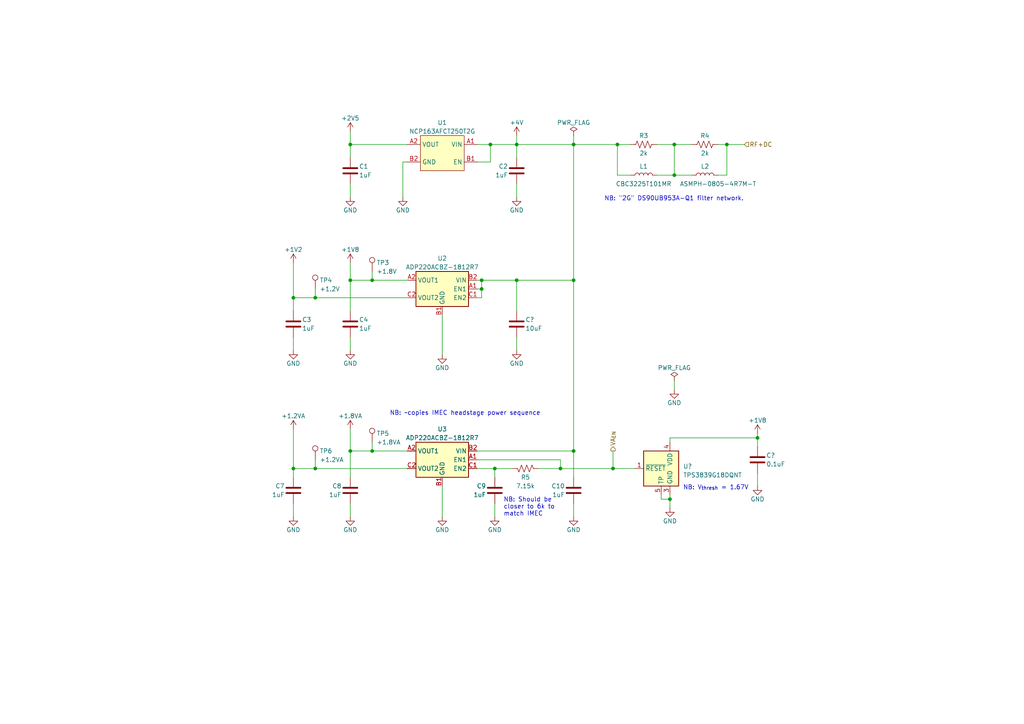
<source format=kicad_sch>
(kicad_sch (version 20230121) (generator eeschema)
  (paper "A4")
  (title_block (title "ONIX Neuropixels 1.0 Economical Headstage") (date "2021-12-16") (rev "A") (company "Open Ephys, Inc") (comment 1 "Jonathan P. Newman"))
  (lib_symbols
    (symbol "Connector:TestPoint" (pin_numbers hide) (pin_names (offset 0.762) hide)
      (property "Reference" "TP" (at 0 6.858 0))
      (property "Value" "TestPoint" (at 0 5.08 0))
      (symbol "TestPoint_0_1"
        (circle (center 0 3.302) (radius 0.762))
      )
      (symbol "TestPoint_1_1"
        (pin passive line (at 0 0 90) (length 2.54) (name "1") (number "1"))
      )
    )
    (symbol "Device:C" (pin_numbers hide) (pin_names (offset 0.254))
      (property "Reference" "C" (at 0.635 2.54 0))
      (property "Value" "C" (at 0.635 -2.54 0))
      (symbol "C_0_1"
        (polyline (pts (xy -2.032 -0.762) (xy 2.032 -0.762)) (stroke (width 0.508)))
        (polyline (pts (xy -2.032 0.762) (xy 2.032 0.762)) (stroke (width 0.508)))
      )
      (symbol "C_1_1"
        (pin passive line (at 0 3.81 270) (length 2.794) (name "~") (number "1"))
        (pin passive line (at 0 -3.81 90) (length 2.794) (name "~") (number "2"))
      )
    )
    (symbol "Device:L" (pin_numbers hide) (pin_names (offset 1.016) hide)
      (property "Reference" "L" (at -1.27 0 90))
      (property "Value" "L" (at 1.905 0 90))
      (symbol "L_0_1"
        (arc (start 0 -2.54) (mid 0.6323 -1.905) (end 0 -1.27))
        (arc (start 0 -1.27) (mid 0.6323 -0.635) (end 0 0))
        (arc (start 0 0) (mid 0.6323 0.635) (end 0 1.27))
        (arc (start 0 1.27) (mid 0.6323 1.905) (end 0 2.54))
      )
      (symbol "L_1_1"
        (pin passive line (at 0 3.81 270) (length 1.27) (name "1") (number "1"))
        (pin passive line (at 0 -3.81 90) (length 1.27) (name "2") (number "2"))
      )
    )
    (symbol "Device:R_US" (pin_numbers hide) (pin_names (offset 0))
      (property "Reference" "R" (at 2.54 0 90))
      (property "Value" "R_US" (at -2.54 0 90))
      (symbol "R_US_0_1"
        (polyline (pts (xy 0 -2.286) (xy 0 -2.54)))
        (polyline (pts (xy 0 2.286) (xy 0 2.54)))
        (polyline (pts (xy 0 -0.762) (xy 1.016 -1.143) (xy 0 -1.524) (xy -1.016 -1.905) (xy 0 -2.286)))
        (polyline (pts (xy 0 0.762) (xy 1.016 0.381) (xy 0 0) (xy -1.016 -0.381) (xy 0 -0.762)))
        (polyline (pts (xy 0 2.286) (xy 1.016 1.905) (xy 0 1.524) (xy -1.016 1.143) (xy 0 0.762)))
      )
      (symbol "R_US_1_1"
        (pin passive line (at 0 3.81 270) (length 1.27) (name "~") (number "1"))
        (pin passive line (at 0 -3.81 90) (length 1.27) (name "~") (number "2"))
      )
    )
    (symbol "Power_Supervisor:TPS3839DQN"
      (property "Reference" "U" (at 2.54 8.89 0))
      (property "Value" "TPS3839DQN" (at 2.54 6.35 0))
      (symbol "TPS3839DQN_0_1"
        (rectangle (start -2.54 5.08) (end 7.62 -5.08) (stroke (width 0.254)) (fill (type background)))
      )
      (symbol "TPS3839DQN_1_1"
        (pin output line (at 10.16 0 180) (length 2.54) (name "~{RESET}") (number "1"))
        (pin no_connect line (at -2.54 0 0) (length 2.54) hide (name "NC") (number "2"))
        (pin power_in line (at 0 -7.62 90) (length 2.54) (name "GND") (number "3"))
        (pin power_in line (at 0 7.62 270) (length 2.54) (name "VDD") (number "4"))
        (pin power_in line (at 2.54 -7.62 90) (length 2.54) (name "TP") (number "5"))
      )
    )
    (symbol "jonnew:+1.2VA" (power) (pin_names (offset 0))
      (property "Value" "+1.2VA" (at 0 3.556 0))
      (symbol "+1.2VA_0_1"
        (polyline (pts (xy -0.762 1.27) (xy 0 2.54)))
        (polyline (pts (xy 0 0) (xy 0 2.54)))
        (polyline (pts (xy 0 2.54) (xy 0.762 1.27)))
      )
      (symbol "+1.2VA_1_1"
        (pin power_in line (at 0 0 90) (length 0) hide (name "+1.2VA") (number "1"))
      )
    )
    (symbol "jonnew:+1.8VA" (power) (pin_names (offset 0))
      (property "Value" "+1.8VA" (at 0 3.556 0))
      (symbol "+1.8VA_0_1"
        (polyline (pts (xy -0.762 1.27) (xy 0 2.54)))
        (polyline (pts (xy 0 0) (xy 0 2.54)))
        (polyline (pts (xy 0 2.54) (xy 0.762 1.27)))
      )
      (symbol "+1.8VA_1_1"
        (pin power_in line (at 0 0 90) (length 0) hide (name "+1.8VA") (number "1"))
      )
    )
    (symbol "jonnew:LDO_EN"
      (property "Reference" "U" (at 0 8.89 0))
      (property "Value" "LDO_EN" (at 0 6.35 0))
      (symbol "LDO_EN_0_1"
        (rectangle (start -6.35 5.08) (end 6.35 -5.08) (stroke (width 0.1524)) (fill (type background)))
      )
      (symbol "LDO_EN_1_1"
        (pin power_in line (at -10.16 2.54 0) (length 3.81) (name "VIN") (number "A1"))
        (pin power_out line (at 10.16 2.54 180) (length 3.81) (name "VOUT") (number "A2"))
        (pin input line (at -10.16 -2.54 0) (length 3.81) (name "EN") (number "B1"))
        (pin power_in line (at 10.16 -2.54 180) (length 3.81) (name "GND") (number "B2"))
      )
    )
    (symbol "open-ephys:ADP22xXXXX"
      (property "Reference" "U" (at 0 8.89 0))
      (property "Value" "ADP22xXXXX" (at 0 6.35 0))
      (symbol "ADP22xXXXX_0_1"
        (rectangle (start -7.62 5.08) (end 7.62 -5.08) (stroke (width 0.254)) (fill (type background)))
      )
      (symbol "ADP22xXXXX_1_1"
        (pin input line (at -10.16 0 0) (length 2.54) (name "EN1") (number "A1"))
        (pin power_out line (at 10.16 2.54 180) (length 2.54) (name "VOUT1") (number "A2"))
        (pin power_in line (at 0 -7.62 90) (length 2.54) (name "GND") (number "B1"))
        (pin power_in line (at -10.16 2.54 0) (length 2.54) (name "VIN") (number "B2"))
        (pin input line (at -10.16 -2.54 0) (length 2.54) (name "EN2") (number "C1"))
        (pin power_out line (at 10.16 -2.54 180) (length 2.54) (name "VOUT2") (number "C2"))
      )
    )
    (symbol "power:+1V2" (power) (pin_names (offset 0))
      (property "Value" "+1V2" (at 0 3.556 0))
      (symbol "+1V2_0_1"
        (polyline (pts (xy -0.762 1.27) (xy 0 2.54)))
        (polyline (pts (xy 0 0) (xy 0 2.54)))
        (polyline (pts (xy 0 2.54) (xy 0.762 1.27)))
      )
      (symbol "+1V2_1_1"
        (pin power_in line (at 0 0 90) (length 0) hide (name "+1V2") (number "1"))
      )
    )
    (symbol "power:+1V8" (power) (pin_names (offset 0))
      (property "Value" "+1V8" (at 0 3.556 0))
      (symbol "+1V8_0_1"
        (polyline (pts (xy -0.762 1.27) (xy 0 2.54)))
        (polyline (pts (xy 0 0) (xy 0 2.54)))
        (polyline (pts (xy 0 2.54) (xy 0.762 1.27)))
      )
      (symbol "+1V8_1_1"
        (pin power_in line (at 0 0 90) (length 0) hide (name "+1V8") (number "1"))
      )
    )
    (symbol "power:+2V5" (power) (pin_names (offset 0))
      (property "Value" "+2V5" (at 0 3.556 0))
      (symbol "+2V5_0_1"
        (polyline (pts (xy -0.762 1.27) (xy 0 2.54)))
        (polyline (pts (xy 0 0) (xy 0 2.54)))
        (polyline (pts (xy 0 2.54) (xy 0.762 1.27)))
      )
      (symbol "+2V5_1_1"
        (pin power_in line (at 0 0 90) (length 0) hide (name "+2V5") (number "1"))
      )
    )
    (symbol "power:+4V" (power) (pin_names (offset 0))
      (property "Value" "+4V" (at 0 3.556 0))
      (symbol "+4V_0_1"
        (polyline (pts (xy -0.762 1.27) (xy 0 2.54)))
        (polyline (pts (xy 0 0) (xy 0 2.54)))
        (polyline (pts (xy 0 2.54) (xy 0.762 1.27)))
      )
      (symbol "+4V_1_1"
        (pin power_in line (at 0 0 90) (length 0) hide (name "+4V") (number "1"))
      )
    )
    (symbol "power:GND" (power) (pin_names (offset 0))
      (property "Value" "GND" (at 0 -3.81 0))
      (symbol "GND_0_1"
        (polyline (pts (xy 0 0) (xy 0 -1.27) (xy 1.27 -1.27) (xy 0 -2.54) (xy -1.27 -1.27) (xy 0 -1.27)))
      )
      (symbol "GND_1_1"
        (pin power_in line (at 0 0 270) (length 0) hide (name "GND") (number "1"))
      )
    )
    (symbol "power:PWR_FLAG" (power) (pin_numbers hide) (pin_names (offset 0) hide)
      (property "Value" "PWR_FLAG" (at 0 3.81 0))
      (symbol "PWR_FLAG_0_0"
        (pin power_out line (at 0 0 90) (length 0) (name "pwr") (number "1"))
      )
      (symbol "PWR_FLAG_0_1"
        (polyline (pts (xy 0 0) (xy 0 1.27) (xy -1.016 1.905) (xy 0 2.54) (xy 1.016 1.905) (xy 0 1.27)))
      )
    )
  )
  (junction (at 85.09 135.89))
  (junction (at 139.7 83.82))
  (junction (at 210.82 41.91))
  (junction (at 162.56 135.89))
  (junction (at 101.6 41.91))
  (junction (at 194.31 144.78))
  (junction (at 149.86 41.91))
  (junction (at 139.7 81.28))
  (junction (at 107.95 81.28))
  (junction (at 166.37 130.81))
  (junction (at 166.37 41.91))
  (junction (at 179.07 41.91))
  (junction (at 85.09 86.36))
  (junction (at 142.24 41.91))
  (junction (at 177.8 135.89))
  (junction (at 149.86 81.28))
  (junction (at 107.95 130.81))
  (junction (at 101.6 130.81))
  (junction (at 195.58 41.91))
  (junction (at 143.51 135.89))
  (junction (at 166.37 81.28))
  (junction (at 195.58 50.8))
  (junction (at 101.6 81.28))
  (junction (at 91.44 86.36))
  (junction (at 219.71 127))
  (junction (at 91.44 135.89))
  (wire (pts (xy 166.37 130.81) (xy 166.37 138.43)))
  (wire (pts (xy 107.95 130.81) (xy 101.6 130.81)))
  (wire (pts (xy 101.6 130.81) (xy 101.6 138.43)))
  (wire (pts (xy 182.88 50.8) (xy 179.07 50.8)))
  (wire (pts (xy 179.07 50.8) (xy 179.07 41.91)))
  (wire (pts (xy 219.71 127) (xy 219.71 129.54)))
  (wire (pts (xy 166.37 39.37) (xy 166.37 41.91)))
  (wire (pts (xy 149.86 39.37) (xy 149.86 41.91)))
  (wire (pts (xy 166.37 41.91) (xy 179.07 41.91)))
  (wire (pts (xy 195.58 41.91) (xy 200.66 41.91)))
  (wire (pts (xy 190.5 41.91) (xy 195.58 41.91)))
  (wire (pts (xy 208.28 41.91) (xy 210.82 41.91)))
  (wire (pts (xy 210.82 50.8) (xy 208.28 50.8)))
  (wire (pts (xy 210.82 41.91) (xy 210.82 50.8)))
  (wire (pts (xy 149.86 81.28) (xy 166.37 81.28)))
  (wire (pts (xy 166.37 130.81) (xy 138.43 130.81)))
  (wire (pts (xy 101.6 97.79) (xy 101.6 101.6)))
  (wire (pts (xy 177.8 130.81) (xy 177.8 135.89)))
  (wire (pts (xy 156.21 135.89) (xy 162.56 135.89)))
  (wire (pts (xy 143.51 146.05) (xy 143.51 149.86)))
  (wire (pts (xy 85.09 124.46) (xy 85.09 135.89)))
  (wire (pts (xy 190.5 50.8) (xy 195.58 50.8)))
  (wire (pts (xy 195.58 50.8) (xy 200.66 50.8)))
  (wire (pts (xy 118.11 130.81) (xy 107.95 130.81)))
  (wire (pts (xy 139.7 83.82) (xy 139.7 81.28)))
  (wire (pts (xy 138.43 41.91) (xy 142.24 41.91)))
  (wire (pts (xy 91.44 86.36) (xy 118.11 86.36)))
  (wire (pts (xy 138.43 135.89) (xy 143.51 135.89)))
  (wire (pts (xy 91.44 83.82) (xy 91.44 86.36)))
  (wire (pts (xy 139.7 81.28) (xy 149.86 81.28)))
  (wire (pts (xy 101.6 38.1) (xy 101.6 41.91)))
  (wire (pts (xy 195.58 110.49) (xy 195.58 113.03)))
  (wire (pts (xy 139.7 86.36) (xy 139.7 83.82)))
  (wire (pts (xy 166.37 81.28) (xy 166.37 130.81)))
  (wire (pts (xy 101.6 41.91) (xy 101.6 45.72)))
  (wire (pts (xy 138.43 46.99) (xy 142.24 46.99)))
  (wire (pts (xy 194.31 143.51) (xy 194.31 144.78)))
  (wire (pts (xy 219.71 125.73) (xy 219.71 127)))
  (wire (pts (xy 101.6 146.05) (xy 101.6 149.86)))
  (wire (pts (xy 91.44 135.89) (xy 85.09 135.89)))
  (wire (pts (xy 107.95 128.27) (xy 107.95 130.81)))
  (wire (pts (xy 85.09 146.05) (xy 85.09 149.86)))
  (wire (pts (xy 149.86 41.91) (xy 166.37 41.91)))
  (wire (pts (xy 85.09 97.79) (xy 85.09 101.6)))
  (wire (pts (xy 143.51 135.89) (xy 148.59 135.89)))
  (wire (pts (xy 101.6 81.28) (xy 107.95 81.28)))
  (wire (pts (xy 179.07 41.91) (xy 182.88 41.91)))
  (wire (pts (xy 219.71 127) (xy 194.31 127)))
  (wire (pts (xy 107.95 78.74) (xy 107.95 81.28)))
  (wire (pts (xy 101.6 41.91) (xy 118.11 41.91)))
  (wire (pts (xy 194.31 144.78) (xy 194.31 147.32)))
  (wire (pts (xy 162.56 133.35) (xy 162.56 135.89)))
  (wire (pts (xy 149.86 41.91) (xy 149.86 45.72)))
  (wire (pts (xy 138.43 81.28) (xy 139.7 81.28)))
  (wire (pts (xy 107.95 81.28) (xy 118.11 81.28)))
  (wire (pts (xy 101.6 76.2) (xy 101.6 81.28)))
  (wire (pts (xy 142.24 41.91) (xy 149.86 41.91)))
  (wire (pts (xy 118.11 135.89) (xy 91.44 135.89)))
  (wire (pts (xy 194.31 127) (xy 194.31 128.27)))
  (wire (pts (xy 91.44 133.35) (xy 91.44 135.89)))
  (wire (pts (xy 116.84 46.99) (xy 116.84 57.15)))
  (wire (pts (xy 118.11 46.99) (xy 116.84 46.99)))
  (wire (pts (xy 85.09 86.36) (xy 91.44 86.36)))
  (wire (pts (xy 210.82 41.91) (xy 215.9 41.91)))
  (wire (pts (xy 101.6 81.28) (xy 101.6 90.17)))
  (wire (pts (xy 166.37 41.91) (xy 166.37 81.28)))
  (wire (pts (xy 138.43 133.35) (xy 162.56 133.35)))
  (wire (pts (xy 191.77 143.51) (xy 191.77 144.78)))
  (wire (pts (xy 138.43 86.36) (xy 139.7 86.36)))
  (wire (pts (xy 166.37 146.05) (xy 166.37 149.86)))
  (wire (pts (xy 194.31 144.78) (xy 191.77 144.78)))
  (wire (pts (xy 195.58 41.91) (xy 195.58 50.8)))
  (wire (pts (xy 85.09 135.89) (xy 85.09 138.43)))
  (wire (pts (xy 219.71 140.97) (xy 219.71 137.16)))
  (wire (pts (xy 162.56 135.89) (xy 177.8 135.89)))
  (wire (pts (xy 177.8 135.89) (xy 184.15 135.89)))
  (wire (pts (xy 85.09 76.2) (xy 85.09 86.36)))
  (wire (pts (xy 142.24 41.91) (xy 142.24 46.99)))
  (wire (pts (xy 128.27 140.97) (xy 128.27 149.86)))
  (wire (pts (xy 128.27 91.44) (xy 128.27 102.87)))
  (wire (pts (xy 101.6 53.34) (xy 101.6 57.15)))
  (wire (pts (xy 149.86 97.79) (xy 149.86 101.6)))
  (wire (pts (xy 149.86 81.28) (xy 149.86 90.17)))
  (wire (pts (xy 149.86 53.34) (xy 149.86 57.15)))
  (wire (pts (xy 143.51 135.89) (xy 143.51 138.43)))
  (wire (pts (xy 101.6 124.46) (xy 101.6 130.81)))
  (wire (pts (xy 85.09 86.36) (xy 85.09 90.17)))
  (wire (pts (xy 138.43 83.82) (xy 139.7 83.82)))
  (text "NB: V_{thresh} = 1.67V\n" (at 198.12 142.24 0) (effects (font (size 1.27 1.27)) (justify left bottom)))
  (text "NB: ~copies IMEC headstage power sequence" (at 113.03 120.65 0) (effects (font (size 1.27 1.27)) (justify left bottom)))
  (text "NB: Should be \ncloser to 6k to\nmatch IMEC" (at 146.05 149.86 0) (effects (font (size 1.27 1.27)) (justify left bottom)))
  (text "NB: \"2G\" DS90UB953A-Q1 filter network." (at 175.26 58.42 0) (effects (font (size 1.27 1.27)) (justify left bottom)))
  (hierarchical_label "RF+DC" (shape input) (at 215.9 41.91 0))
  (hierarchical_label "VA_{EN}" (shape output) (at 177.8 130.81 90))
  (symbol (lib_id "Power_Supervisor:TPS3839DQN") (at 194.31 135.89 0) (mirror y) (unit 1)
    (property "Reference" "U?" (at 198.12 135.255 0) (effects (justify right)))
    (property "Value" "TPS3839G18DQNT" (at 198.12 137.795 0) (effects (justify right)))
    (property "Footprint" "Package_SON:Texas_X2SON-4_1x1mm_P0.65mm" (effects hide))
    (property "Datasheet" "http://www.ti.com/lit/ds/sbvs193d/sbvs193d.pdf" (effects hide))
    (instances (project "headstage-neuropix1e" (path "" (reference "U?") (unit 1)) (path "" (reference "U4") (unit 1))))
  )
  (symbol (lib_id "jonnew:+1.8VA") (at 101.6 124.46 0) (mirror y) (unit 1)
    (property "Reference" "#PWR019" (effects hide))
    (property "Value" "+1.8VA" (at 101.6 120.65 0))
  )
  (symbol (lib_id "power:GND") (at 195.58 113.03 0) (unit 1)
    (property "Reference" "#PWR017" (effects hide))
    (property "Value" "GND" (at 195.58 116.84 0))
  )
  (symbol (lib_id "Device:C") (at 149.86 49.53 0) (mirror y) (unit 1)
    (property "Reference" "C2" (at 147.32 48.26 0) (effects (justify left)))
    (property "Value" "1uF" (at 147.32 50.8 0) (effects (justify left)))
    (property "Footprint" "Capacitor_SMD:C_0201_0603Metric" (effects hide))
    (property "TempCo" "X5R" (effects hide))
    (property "Voltage" "10V" (effects hide))
    (property "CASE/PACKAGE" "0201" (effects hide))
  )
  (symbol (lib_id "power:GND") (at 116.84 57.15 0) (unit 1)
    (property "Reference" "#PWR09" (effects hide))
    (property "Value" "GND" (at 116.84 60.96 0))
    (instances (project "headstage-neuropix1e" (path "" (reference "#PWR09") (unit 1))) (project "headstage-rhs2116" (path "" (reference "#PWR040") (unit 1))))
  )
  (symbol (lib_id "power:GND") (at 85.09 101.6 0) (unit 1)
    (property "Reference" "#PWR013" (effects hide))
    (property "Value" "GND" (at 85.09 105.41 0))
  )
  (symbol (lib_id "Connector:TestPoint") (at 91.44 133.35 0) (unit 1) (in_bom no)
    (property "Reference" "TP6" (at 92.71 130.81 0) (effects (justify left)))
    (property "Value" "+1.2VA" (at 92.71 133.35 0) (effects (justify left)))
    (property "Footprint" "jonnew:TestPoint_Pad_D0.6mm" (effects hide))
    (instances (project "headstage-neuropix1e" (path "" (reference "TP6") (unit 1))) (project "headstage-rhs2116" (path "" (reference "TP4") (unit 1))))
  )
  (symbol (lib_id "Device:R_US") (at 152.4 135.89 270) (mirror x) (unit 1)
    (property "Reference" "R5" (at 152.4 138.43 90))
    (property "Value" "7.15k" (at 152.4 140.97 90))
    (property "Footprint" "Resistor_SMD:R_0201_0603Metric" (effects hide))
    (property "CASE/PACKAGE" "0201" (effects hide))
    (property "Tolerance" "1%" (effects hide))
  )
  (symbol (lib_id "Device:C") (at 166.37 142.24 0) (mirror y) (unit 1)
    (property "Reference" "C10" (at 163.83 140.97 0) (effects (justify left)))
    (property "Value" "1uF" (at 163.83 143.51 0) (effects (justify left)))
    (property "Footprint" "Capacitor_SMD:C_0201_0603Metric" (effects hide))
    (property "TempCo" "X5R" (effects hide))
    (property "Voltage" "10V" (effects hide))
    (property "CASE/PACKAGE" "0201" (effects hide))
  )
  (symbol (lib_id "power:GND") (at 194.31 147.32 0) (mirror y) (unit 1)
    (property "Reference" "#PWR?" (effects hide))
    (property "Value" "GND" (at 194.31 151.13 0))
    (instances (project "headstage-neuropix1e" (path "" (reference "#PWR?") (unit 1)) (path "" (reference "#PWR?") (unit 1)) (path "" (reference "#PWR022") (unit 1))))
  )
  (symbol (lib_id "power:PWR_FLAG") (at 195.58 110.49 0) (unit 1)
    (property "Reference" "#FLG02" (effects hide))
    (property "Value" "PWR_FLAG" (at 195.58 106.68 0))
  )
  (symbol (lib_id "Device:L") (at 204.47 50.8 270) (mirror x) (unit 1)
    (property "Reference" "L2" (at 204.47 48.26 90))
    (property "Value" "ASMPH-0805-4R7M-T" (at 208.28 53.34 90))
    (property "Footprint" "Inductor_SMD:L_0805_2012Metric" (effects hide))
    (property "CASE/PACKAGE" "0805" (effects hide))
  )
  (symbol (lib_id "Device:C") (at 85.09 142.24 0) (mirror y) (unit 1)
    (property "Reference" "C7" (at 82.55 140.97 0) (effects (justify left)))
    (property "Value" "1uF" (at 82.55 143.51 0) (effects (justify left)))
    (property "Footprint" "Capacitor_SMD:C_0201_0603Metric" (effects hide))
    (property "TempCo" "X5R" (effects hide))
    (property "Voltage" "10V" (effects hide))
    (property "CASE/PACKAGE" "0201" (effects hide))
  )
  (symbol (lib_id "power:GND") (at 128.27 149.86 0) (mirror y) (unit 1)
    (property "Reference" "#PWR025" (effects hide))
    (property "Value" "GND" (at 128.27 153.67 0))
  )
  (symbol (lib_id "Device:C") (at 101.6 93.98 0) (unit 1)
    (property "Reference" "C4" (at 104.14 92.71 0) (effects (justify left)))
    (property "Value" "1uF" (at 104.14 95.25 0) (effects (justify left)))
    (property "Footprint" "Capacitor_SMD:C_0201_0603Metric" (effects hide))
    (property "TempCo" "X5R" (effects hide))
    (property "Voltage" "10V" (effects hide))
    (property "CASE/PACKAGE" "0201" (effects hide))
  )
  (symbol (lib_id "power:GND") (at 128.27 102.87 0) (unit 1)
    (property "Reference" "#PWR016" (effects hide))
    (property "Value" "GND" (at 128.27 106.68 0))
  )
  (symbol (lib_id "power:+1V8") (at 219.71 125.73 0) (unit 1)
    (property "Reference" "#PWR?" (effects hide))
    (property "Value" "+1V8" (at 219.71 121.92 0))
    (instances (project "headstage-neuropix1e" (path "" (reference "#PWR?") (unit 1)) (path "" (reference "#PWR020") (unit 1))))
  )
  (symbol (lib_id "power:GND") (at 101.6 149.86 0) (mirror y) (unit 1)
    (property "Reference" "#PWR024" (effects hide))
    (property "Value" "GND" (at 101.6 153.67 0))
  )
  (symbol (lib_id "Connector:TestPoint") (at 107.95 128.27 0) (unit 1) (in_bom no)
    (property "Reference" "TP5" (at 109.22 125.73 0) (effects (justify left)))
    (property "Value" "+1.8VA" (at 109.22 128.27 0) (effects (justify left)))
    (property "Footprint" "jonnew:TestPoint_Pad_D0.6mm" (effects hide))
    (instances (project "headstage-neuropix1e" (path "" (reference "TP5") (unit 1))) (project "headstage-rhs2116" (path "" (reference "TP4") (unit 1))))
  )
  (symbol (lib_id "Device:C") (at 101.6 142.24 0) (mirror y) (unit 1)
    (property "Reference" "C8" (at 99.06 140.97 0) (effects (justify left)))
    (property "Value" "1uF" (at 99.06 143.51 0) (effects (justify left)))
    (property "Footprint" "Capacitor_SMD:C_0201_0603Metric" (effects hide))
    (property "TempCo" "X5R" (effects hide))
    (property "Voltage" "10V" (effects hide))
    (property "CASE/PACKAGE" "0201" (effects hide))
  )
  (symbol (lib_id "power:GND") (at 101.6 57.15 0) (unit 1)
    (property "Reference" "#PWR08" (effects hide))
    (property "Value" "GND" (at 101.6 60.96 0))
    (instances (project "headstage-neuropix1e" (path "" (reference "#PWR08") (unit 1))) (project "headstage-rhs2116" (path "" (reference "#PWR025") (unit 1))))
  )
  (symbol (lib_id "open-ephys:ADP22xXXXX") (at 128.27 133.35 0) (mirror y) (unit 1)
    (property "Reference" "U3" (at 128.27 124.46 0))
    (property "Value" "ADP220ACBZ-1812R7" (at 128.27 127 0))
    (property "Footprint" "oe_common:ANALOG_CB-6-2_BGA-6_2x3_1.0x1.45mm" (effects hide))
    (property "Datasheet" "https://www.analog.com/media/en/technical-documentation/data-sheets/ADP220_221.pdf" (effects hide))
  )
  (symbol (lib_id "Device:C") (at 85.09 93.98 0) (unit 1)
    (property "Reference" "C3" (at 87.63 92.71 0) (effects (justify left)))
    (property "Value" "1uF" (at 87.63 95.25 0) (effects (justify left)))
    (property "Footprint" "Capacitor_SMD:C_0201_0603Metric" (effects hide))
    (property "TempCo" "X5R" (effects hide))
    (property "Voltage" "10V" (effects hide))
    (property "CASE/PACKAGE" "0201" (effects hide))
  )
  (symbol (lib_id "power:PWR_FLAG") (at 166.37 39.37 0) (unit 1)
    (property "Reference" "#FLG01" (effects hide))
    (property "Value" "PWR_FLAG" (at 166.37 35.56 0))
  )
  (symbol (lib_id "power:GND") (at 219.71 140.97 0) (mirror y) (unit 1)
    (property "Reference" "#PWR?" (effects hide))
    (property "Value" "GND" (at 219.71 144.78 0))
    (instances (project "headstage-neuropix1e" (path "" (reference "#PWR?") (unit 1)) (path "" (reference "#PWR021") (unit 1))))
  )
  (symbol (lib_id "open-ephys:ADP22xXXXX") (at 128.27 83.82 0) (mirror y) (unit 1)
    (property "Reference" "U2" (at 128.27 74.93 0))
    (property "Value" "ADP220ACBZ-1812R7" (at 128.27 77.47 0))
    (property "Footprint" "oe_common:ANALOG_CB-6-2_BGA-6_2x3_1.0x1.45mm" (effects hide))
    (property "Datasheet" "https://www.analog.com/media/en/technical-documentation/data-sheets/ADP220_221.pdf" (effects hide))
  )
  (symbol (lib_id "Device:R_US") (at 186.69 41.91 90) (unit 1)
    (property "Reference" "R3" (at 186.69 39.37 90))
    (property "Value" "2k" (at 186.69 44.45 90))
    (property "Footprint" "Resistor_SMD:R_0201_0603Metric" (effects hide))
    (property "CASE/PACKAGE" "0201" (effects hide))
    (property "Tolerance" "1%" (effects hide))
  )
  (symbol (lib_id "power:+1V8") (at 101.6 76.2 0) (unit 1)
    (property "Reference" "#PWR012" (effects hide))
    (property "Value" "+1V8" (at 101.6 72.39 0))
  )
  (symbol (lib_id "jonnew:LDO_EN") (at 128.27 44.45 0) (mirror y) (unit 1)
    (property "Reference" "U1" (at 128.27 35.56 0))
    (property "Value" "NCP163AFCT250T2G" (at 128.27 38.1 0))
    (property "Footprint" "jonnew:ONSEMI_567JZ_WLCSP4-0.64x0.64" (effects hide))
    (property "Datasheet" "https://www.mouser.com/datasheet/2/308/1/NCP163_D-2317108.pdf" (effects hide))
    (instances (project "headstage-neuropix1e" (path "" (reference "U1") (unit 1))) (project "headstage-rhs2116" (path "" (reference "U9") (unit 1))))
  )
  (symbol (lib_id "power:GND") (at 143.51 149.86 0) (mirror y) (unit 1)
    (property "Reference" "#PWR026" (effects hide))
    (property "Value" "GND" (at 143.51 153.67 0))
  )
  (symbol (lib_id "power:GND") (at 166.37 149.86 0) (mirror y) (unit 1)
    (property "Reference" "#PWR027" (effects hide))
    (property "Value" "GND" (at 166.37 153.67 0))
  )
  (symbol (lib_id "power:+1V2") (at 85.09 76.2 0) (unit 1)
    (property "Reference" "#PWR011" (effects hide))
    (property "Value" "+1V2" (at 85.09 72.39 0))
  )
  (symbol (lib_id "Device:R_US") (at 204.47 41.91 90) (unit 1)
    (property "Reference" "R4" (at 204.47 39.37 90))
    (property "Value" "2k" (at 204.47 44.45 90))
    (property "Footprint" "Resistor_SMD:R_0201_0603Metric" (effects hide))
    (property "CASE/PACKAGE" "0201" (effects hide))
    (property "Tolerance" "1%" (effects hide))
  )
  (symbol (lib_id "power:GND") (at 149.86 101.6 0) (unit 1)
    (property "Reference" "#PWR015" (effects hide))
    (property "Value" "GND" (at 149.86 105.41 0))
  )
  (symbol (lib_id "Device:C") (at 143.51 142.24 0) (mirror y) (unit 1)
    (property "Reference" "C9" (at 140.97 140.97 0) (effects (justify left)))
    (property "Value" "1uF" (at 140.97 143.51 0) (effects (justify left)))
    (property "Footprint" "Capacitor_SMD:C_0201_0603Metric" (effects hide))
    (property "TempCo" "X5R" (effects hide))
    (property "Voltage" "10V" (effects hide))
    (property "CASE/PACKAGE" "0201" (effects hide))
  )
  (symbol (lib_id "power:GND") (at 85.09 149.86 0) (mirror y) (unit 1)
    (property "Reference" "#PWR023" (effects hide))
    (property "Value" "GND" (at 85.09 153.67 0))
  )
  (symbol (lib_id "power:GND") (at 101.6 101.6 0) (unit 1)
    (property "Reference" "#PWR014" (effects hide))
    (property "Value" "GND" (at 101.6 105.41 0))
  )
  (symbol (lib_id "Device:C") (at 149.86 93.98 0) (unit 1)
    (property "Reference" "C?" (at 152.4 92.71 0) (effects (justify left)))
    (property "Value" "10uF" (at 152.4 95.25 0) (effects (justify left)))
    (property "Footprint" "Capacitor_SMD:C_0402_1005Metric" (effects hide))
    (property "TempCo" "X5R" (effects hide))
    (property "Voltage" "10V" (effects hide))
    (property "CASE/PACKAGE" "0402" (effects hide))
    (instances (project "headstage-neuropix1e" (path "" (reference "C?") (unit 1)) (path "" (reference "C5") (unit 1))))
  )
  (symbol (lib_id "Device:C") (at 101.6 49.53 0) (unit 1)
    (property "Reference" "C1" (at 104.14 48.26 0) (effects (justify left)))
    (property "Value" "1uF" (at 104.14 50.8 0) (effects (justify left)))
    (property "Footprint" "Capacitor_SMD:C_0201_0603Metric" (effects hide))
    (property "TempCo" "X5R" (effects hide))
    (property "Voltage" "10V" (effects hide))
    (property "CASE/PACKAGE" "0201" (effects hide))
  )
  (symbol (lib_id "Connector:TestPoint") (at 91.44 83.82 0) (unit 1) (in_bom no)
    (property "Reference" "TP4" (at 92.71 81.28 0) (effects (justify left)))
    (property "Value" "+1.2V" (at 92.71 83.82 0) (effects (justify left)))
    (property "Footprint" "jonnew:TestPoint_Pad_D0.6mm" (effects hide))
  )
  (symbol (lib_id "Device:L") (at 186.69 50.8 90) (unit 1)
    (property "Reference" "L1" (at 186.69 48.26 90))
    (property "Value" "CBC3225T101MR" (at 186.69 53.34 90))
    (property "Footprint" "Inductor_SMD:L_1210_3225Metric" (effects hide))
    (property "CASE/PACKAGE" "1210" (effects hide))
  )
  (symbol (lib_id "power:GND") (at 149.86 57.15 0) (unit 1)
    (property "Reference" "#PWR010" (effects hide))
    (property "Value" "GND" (at 149.86 60.96 0))
    (instances (project "headstage-neuropix1e" (path "" (reference "#PWR010") (unit 1))) (project "headstage-rhs2116" (path "" (reference "#PWR043") (unit 1))))
  )
  (symbol (lib_id "power:+2V5") (at 101.6 38.1 0) (unit 1)
    (property "Reference" "#PWR06" (effects hide))
    (property "Value" "+2V5" (at 101.6 34.29 0))
  )
  (symbol (lib_id "power:+4V") (at 149.86 39.37 0) (unit 1)
    (property "Reference" "#PWR07" (effects hide))
    (property "Value" "+4V" (at 149.86 35.56 0))
  )
  (symbol (lib_id "Device:C") (at 219.71 133.35 0) (unit 1)
    (property "Reference" "C?" (at 222.25 132.08 0) (effects (justify left)))
    (property "Value" "0.1uF" (at 222.25 134.62 0) (effects (justify left)))
    (property "Footprint" "Capacitor_SMD:C_0201_0603Metric" (effects hide))
    (property "TempCo" "X7R" (effects hide))
    (property "Voltage" "25V" (effects hide))
    (property "CASE/PACKAGE" "0201" (effects hide))
    (instances (project "headstage-neuropix1e" (path "" (reference "C?") (unit 1)) (path "" (reference "C6") (unit 1))))
  )
  (symbol (lib_id "Connector:TestPoint") (at 107.95 78.74 0) (unit 1) (in_bom no)
    (property "Reference" "TP3" (at 109.22 76.2 0) (effects (justify left)))
    (property "Value" "+1.8V" (at 109.22 78.74 0) (effects (justify left)))
    (property "Footprint" "jonnew:TestPoint_Pad_D0.6mm" (effects hide))
    (instances (project "headstage-neuropix1e" (path "" (reference "TP3") (unit 1))) (project "headstage-rhs2116" (path "" (reference "TP4") (unit 1))))
  )
  (symbol (lib_id "jonnew:+1.2VA") (at 85.09 124.46 0) (mirror y) (unit 1)
    (property "Reference" "#PWR?" (effects hide))
    (property "Value" "+1.2VA" (at 85.09 120.65 0))
    (instances (project "headstage-neuropix1e" (path "" (reference "#PWR?") (unit 1)) (path "" (reference "#PWR018") (unit 1))))
  )
)
</source>
